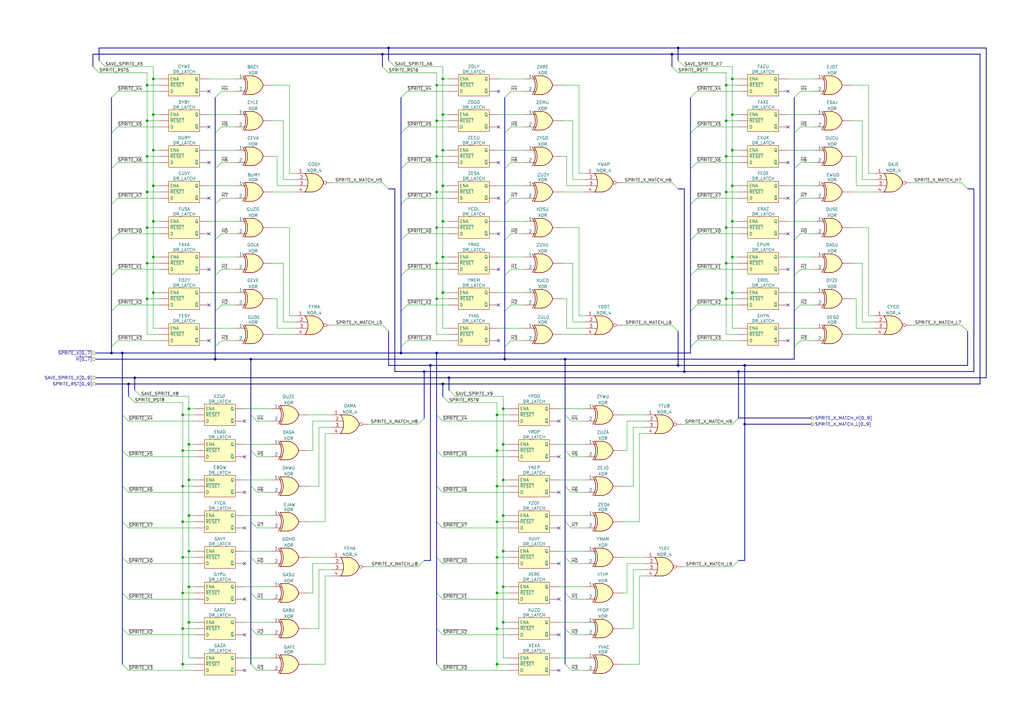
<source format=kicad_sch>
(kicad_sch (version 20211123) (generator eeschema)
  (paper "A3")
  (title_block (title "DMG CPU B") (date "2022-07-08") (rev "0.1") (company "CC-BY-SA-4.0 Régis Galland & Michael Singer -- Derived work from Furrtek") (comment 1 "https://github.com/msinger/dmg-schematics"))
  (junction (at 206.375 211.455))
  (junction (at 206.375 196.85))
  (junction (at 60.325 93.345))
  (junction (at 203.835 272.415))
  (junction (at 275.59 22.225))
  (junction (at 297.815 78.74))
  (junction (at 203.835 184.785))
  (junction (at 203.835 213.995))
  (junction (at 173.99 152.4))
  (junction (at 77.47 167.64))
  (junction (at 206.375 182.245))
  (junction (at 55.245 154.94))
  (junction (at 88.265 147.32))
  (junction (at 280.67 152.4))
  (junction (at 179.07 78.74))
  (junction (at 302.895 152.4))
  (junction (at 300.355 120.015))
  (junction (at 181.61 32.385))
  (junction (at 300.355 105.41))
  (junction (at 62.865 90.805))
  (junction (at 179.07 49.53))
  (junction (at 206.375 240.665))
  (junction (at 203.835 243.205))
  (junction (at 179.07 93.345))
  (junction (at 203.835 257.81))
  (junction (at 181.61 46.99))
  (junction (at 179.07 144.78))
  (junction (at 74.93 199.39))
  (junction (at 278.13 19.685))
  (junction (at 62.865 32.385))
  (junction (at 181.61 90.805))
  (junction (at 206.375 167.64))
  (junction (at 203.835 228.6))
  (junction (at 62.865 76.2))
  (junction (at 74.93 184.785))
  (junction (at 300.355 46.99))
  (junction (at 297.815 107.95))
  (junction (at 60.325 78.74))
  (junction (at 297.815 49.53))
  (junction (at 300.355 61.595))
  (junction (at 60.325 49.53))
  (junction (at 297.815 64.135))
  (junction (at 181.61 61.595))
  (junction (at 305.435 149.86))
  (junction (at 179.07 34.925))
  (junction (at 60.325 107.95))
  (junction (at 74.93 272.415))
  (junction (at 77.47 182.245))
  (junction (at 62.865 46.99))
  (junction (at 297.815 34.925))
  (junction (at 181.61 105.41))
  (junction (at 181.61 76.2))
  (junction (at 74.93 228.6))
  (junction (at 203.835 199.39))
  (junction (at 164.465 144.78))
  (junction (at 176.53 149.86))
  (junction (at 297.815 93.345))
  (junction (at 300.355 32.385))
  (junction (at 156.845 22.225))
  (junction (at 62.865 120.015))
  (junction (at 60.325 64.135))
  (junction (at 77.47 226.06))
  (junction (at 207.01 147.32))
  (junction (at 45.72 144.78))
  (junction (at 206.375 255.27))
  (junction (at 203.835 170.18))
  (junction (at 159.385 19.685))
  (junction (at 278.13 149.86))
  (junction (at 52.705 157.48))
  (junction (at 62.865 61.595))
  (junction (at 231.775 147.32))
  (junction (at 305.435 173.99))
  (junction (at 206.375 226.06))
  (junction (at 179.07 64.135))
  (junction (at 77.47 240.665))
  (junction (at 102.87 147.32))
  (junction (at 60.325 122.555))
  (junction (at 179.07 107.95))
  (junction (at 74.93 170.18))
  (junction (at 74.93 257.81))
  (junction (at 77.47 211.455))
  (junction (at 74.93 243.205))
  (junction (at 77.47 196.85))
  (junction (at 184.15 154.94))
  (junction (at 300.355 90.805))
  (junction (at 181.61 120.015))
  (junction (at 179.07 122.555))
  (junction (at 297.815 122.555))
  (junction (at 181.61 157.48))
  (junction (at 62.865 105.41))
  (junction (at 74.93 213.995))
  (junction (at 77.47 255.27))
  (junction (at 60.325 34.925))
  (junction (at 50.165 144.78))
  (junction (at 300.355 76.2))
  (no_connect (at 204.47 81.28))
  (no_connect (at 229.235 274.955))
  (no_connect (at 100.33 274.955))
  (no_connect (at 204.47 52.07))
  (no_connect (at 229.235 245.745))
  (no_connect (at 229.235 201.93))
  (no_connect (at 229.235 231.14))
  (no_connect (at 204.47 110.49))
  (no_connect (at 229.235 260.35))
  (no_connect (at 323.215 52.07))
  (no_connect (at 85.725 52.07))
  (no_connect (at 85.725 37.465))
  (no_connect (at 85.725 125.095))
  (no_connect (at 323.215 95.885))
  (no_connect (at 85.725 110.49))
  (no_connect (at 323.215 125.095))
  (no_connect (at 323.215 110.49))
  (no_connect (at 323.215 37.465))
  (no_connect (at 100.33 201.93))
  (no_connect (at 204.47 37.465))
  (no_connect (at 229.235 187.325))
  (no_connect (at 100.33 216.535))
  (no_connect (at 100.33 187.325))
  (no_connect (at 85.725 66.675))
  (no_connect (at 229.235 172.72))
  (no_connect (at 229.235 216.535))
  (no_connect (at 100.33 245.745))
  (no_connect (at 323.215 81.28))
  (no_connect (at 100.33 231.14))
  (no_connect (at 204.47 66.675))
  (no_connect (at 100.33 260.35))
  (no_connect (at 323.215 66.675))
  (no_connect (at 204.47 125.095))
  (no_connect (at 323.215 139.7))
  (no_connect (at 204.47 95.885))
  (no_connect (at 204.47 139.7))
  (no_connect (at 100.33 172.72))
  (no_connect (at 85.725 81.28))
  (no_connect (at 85.725 95.885))
  (no_connect (at 85.725 139.7))
  (bus_entry (at 209.55 110.49) (size -2.54 2.54))
  (bus_entry (at 328.295 37.465) (size -2.54 2.54))
  (bus_entry (at 52.705 201.93) (size -2.54 -2.54))
  (bus_entry (at 52.705 172.72) (size -2.54 -2.54))
  (bus_entry (at 167.005 52.07) (size -2.54 2.54))
  (bus_entry (at 52.705 274.955) (size -2.54 -2.54))
  (bus_entry (at 285.75 110.49) (size -2.54 2.54))
  (bus_entry (at 90.805 52.07) (size -2.54 2.54))
  (bus_entry (at 48.26 37.465) (size -2.54 2.54))
  (bus_entry (at 40.64 24.765) (size 2.54 2.54))
  (bus_entry (at 181.61 274.955) (size -2.54 -2.54))
  (bus_entry (at 52.705 245.745) (size -2.54 -2.54))
  (bus_entry (at 55.245 160.02) (size 2.54 2.54))
  (bus_entry (at 285.75 125.095) (size -2.54 2.54))
  (bus_entry (at 209.55 139.7) (size -2.54 2.54))
  (bus_entry (at 181.61 172.72) (size -2.54 -2.54))
  (bus_entry (at 48.26 95.885) (size -2.54 2.54))
  (bus_entry (at 167.005 110.49) (size -2.54 2.54))
  (bus_entry (at 156.845 27.305) (size 2.54 2.54))
  (bus_entry (at 48.26 66.675) (size -2.54 2.54))
  (bus_entry (at 234.315 201.93) (size -2.54 -2.54))
  (bus_entry (at 234.315 260.35) (size -2.54 -2.54))
  (bus_entry (at 234.315 216.535) (size -2.54 -2.54))
  (bus_entry (at 167.005 37.465) (size -2.54 2.54))
  (bus_entry (at 90.805 139.7) (size -2.54 2.54))
  (bus_entry (at 285.75 95.885) (size -2.54 2.54))
  (bus_entry (at 394.335 74.93) (size 2.54 2.54))
  (bus_entry (at 209.55 66.675) (size -2.54 2.54))
  (bus_entry (at 328.295 95.885) (size -2.54 2.54))
  (bus_entry (at 52.705 260.35) (size -2.54 -2.54))
  (bus_entry (at 209.55 81.28) (size -2.54 2.54))
  (bus_entry (at 159.385 24.765) (size 2.54 2.54))
  (bus_entry (at 52.705 216.535) (size -2.54 -2.54))
  (bus_entry (at 48.26 81.28) (size -2.54 2.54))
  (bus_entry (at 48.26 110.49) (size -2.54 2.54))
  (bus_entry (at 285.75 81.28) (size -2.54 2.54))
  (bus_entry (at 105.41 231.14) (size -2.54 -2.54))
  (bus_entry (at 105.41 216.535) (size -2.54 -2.54))
  (bus_entry (at 394.335 133.35) (size 2.54 2.54))
  (bus_entry (at 181.61 201.93) (size -2.54 -2.54))
  (bus_entry (at 234.315 172.72) (size -2.54 -2.54))
  (bus_entry (at 181.61 162.56) (size 2.54 2.54))
  (bus_entry (at 171.45 173.99) (size 2.54 -2.54))
  (bus_entry (at 285.75 139.7) (size -2.54 2.54))
  (bus_entry (at 171.45 232.41) (size 2.54 -2.54))
  (bus_entry (at 234.315 274.955) (size -2.54 -2.54))
  (bus_entry (at 167.005 125.095) (size -2.54 2.54))
  (bus_entry (at 234.315 231.14) (size -2.54 -2.54))
  (bus_entry (at 328.295 139.7) (size -2.54 2.54))
  (bus_entry (at 328.295 52.07) (size -2.54 2.54))
  (bus_entry (at 234.315 245.745) (size -2.54 -2.54))
  (bus_entry (at 105.41 172.72) (size -2.54 -2.54))
  (bus_entry (at 52.705 187.325) (size -2.54 -2.54))
  (bus_entry (at 209.55 125.095) (size -2.54 2.54))
  (bus_entry (at 90.805 81.28) (size -2.54 2.54))
  (bus_entry (at 181.61 245.745) (size -2.54 -2.54))
  (bus_entry (at 90.805 66.675) (size -2.54 2.54))
  (bus_entry (at 184.15 160.02) (size 2.54 2.54))
  (bus_entry (at 209.55 95.885) (size -2.54 2.54))
  (bus_entry (at 209.55 37.465) (size -2.54 2.54))
  (bus_entry (at 52.705 231.14) (size -2.54 -2.54))
  (bus_entry (at 167.005 66.675) (size -2.54 2.54))
  (bus_entry (at 278.13 24.765) (size 2.54 2.54))
  (bus_entry (at 209.55 52.07) (size -2.54 2.54))
  (bus_entry (at 275.59 74.93) (size 2.54 2.54))
  (bus_entry (at 181.61 216.535) (size -2.54 -2.54))
  (bus_entry (at 90.805 37.465) (size -2.54 2.54))
  (bus_entry (at 275.59 133.35) (size 2.54 2.54))
  (bus_entry (at 90.805 95.885) (size -2.54 2.54))
  (bus_entry (at 156.845 133.35) (size 2.54 2.54))
  (bus_entry (at 90.805 125.095) (size -2.54 2.54))
  (bus_entry (at 105.41 201.93) (size -2.54 -2.54))
  (bus_entry (at 105.41 187.325) (size -2.54 -2.54))
  (bus_entry (at 105.41 260.35) (size -2.54 -2.54))
  (bus_entry (at 275.59 27.305) (size 2.54 2.54))
  (bus_entry (at 156.845 74.93) (size 2.54 2.54))
  (bus_entry (at 300.355 232.41) (size 2.54 -2.54))
  (bus_entry (at 52.705 162.56) (size 2.54 2.54))
  (bus_entry (at 105.41 274.955) (size -2.54 -2.54))
  (bus_entry (at 90.805 110.49) (size -2.54 2.54))
  (bus_entry (at 167.005 95.885) (size -2.54 2.54))
  (bus_entry (at 105.41 245.745) (size -2.54 -2.54))
  (bus_entry (at 328.295 81.28) (size -2.54 2.54))
  (bus_entry (at 285.75 66.675) (size -2.54 2.54))
  (bus_entry (at 328.295 110.49) (size -2.54 2.54))
  (bus_entry (at 285.75 37.465) (size -2.54 2.54))
  (bus_entry (at 181.61 260.35) (size -2.54 -2.54))
  (bus_entry (at 181.61 187.325) (size -2.54 -2.54))
  (bus_entry (at 328.295 125.095) (size -2.54 2.54))
  (bus_entry (at 181.61 231.14) (size -2.54 -2.54))
  (bus_entry (at 300.355 173.99) (size 2.54 -2.54))
  (bus_entry (at 48.26 125.095) (size -2.54 2.54))
  (bus_entry (at 167.005 139.7) (size -2.54 2.54))
  (bus_entry (at 48.26 52.07) (size -2.54 2.54))
  (bus_entry (at 38.1 27.305) (size 2.54 2.54))
  (bus_entry (at 285.75 52.07) (size -2.54 2.54))
  (bus_entry (at 48.26 139.7) (size -2.54 2.54))
  (bus_entry (at 167.005 81.28) (size -2.54 2.54))
  (bus_entry (at 234.315 187.325) (size -2.54 -2.54))
  (bus_entry (at 328.295 66.675) (size -2.54 2.54))
  (wire (pts (xy 259.715 175.26) (xy 264.795 175.26)))
  (wire (pts (xy 52.705 260.35) (xy 80.01 260.35)))
  (wire (pts (xy 255.27 243.205) (xy 257.175 243.205)))
  (bus (pts (xy 399.415 77.47) (xy 399.415 152.4)))
  (bus (pts (xy 50.165 213.995) (xy 50.165 199.39)))
  (wire (pts (xy 257.175 243.205) (xy 257.175 231.14)))
  (wire (pts (xy 181.61 90.805) (xy 181.61 105.41)))
  (bus (pts (xy 207.01 98.425) (xy 207.01 113.03)))
  (wire (pts (xy 297.815 34.925) (xy 297.815 29.845)))
  (wire (pts (xy 208.915 199.39) (xy 203.835 199.39)))
  (bus (pts (xy 88.265 98.425) (xy 88.265 113.03)))
  (wire (pts (xy 100.33 240.665) (xy 111.125 240.665)))
  (wire (pts (xy 105.41 245.745) (xy 111.125 245.745)))
  (wire (pts (xy 62.865 32.385) (xy 62.865 46.99)))
  (wire (pts (xy 234.315 245.745) (xy 240.03 245.745)))
  (wire (pts (xy 80.01 170.18) (xy 74.93 170.18)))
  (bus (pts (xy 38.1 22.225) (xy 38.1 27.305)))
  (wire (pts (xy 230.505 64.135) (xy 232.41 64.135)))
  (wire (pts (xy 74.93 243.205) (xy 80.01 243.205)))
  (wire (pts (xy 62.865 105.41) (xy 62.865 120.015)))
  (wire (pts (xy 349.25 122.555) (xy 351.155 122.555)))
  (bus (pts (xy 231.775 147.32) (xy 231.775 170.18)))
  (wire (pts (xy 206.375 255.27) (xy 208.915 255.27)))
  (wire (pts (xy 179.07 34.925) (xy 179.07 49.53)))
  (wire (pts (xy 323.215 90.805) (xy 334.01 90.805)))
  (wire (pts (xy 229.235 211.455) (xy 240.03 211.455)))
  (wire (pts (xy 208.915 226.06) (xy 206.375 226.06)))
  (wire (pts (xy 100.33 255.27) (xy 111.125 255.27)))
  (wire (pts (xy 255.27 257.81) (xy 259.715 257.81)))
  (wire (pts (xy 302.895 61.595) (xy 300.355 61.595)))
  (wire (pts (xy 208.915 240.665) (xy 206.375 240.665)))
  (bus (pts (xy 50.165 257.81) (xy 50.165 243.205)))
  (wire (pts (xy 105.41 216.535) (xy 111.125 216.535)))
  (wire (pts (xy 181.61 76.2) (xy 181.61 90.805)))
  (bus (pts (xy 332.74 173.99) (xy 305.435 173.99)))
  (wire (pts (xy 80.01 182.245) (xy 77.47 182.245)))
  (bus (pts (xy 88.265 83.82) (xy 88.265 98.425)))
  (wire (pts (xy 394.335 74.93) (xy 374.015 74.93)))
  (bus (pts (xy 280.67 152.4) (xy 302.895 152.4)))
  (bus (pts (xy 332.74 171.45) (xy 302.895 171.45)))
  (wire (pts (xy 285.75 95.885) (xy 302.895 95.885)))
  (wire (pts (xy 280.67 27.305) (xy 300.355 27.305)))
  (wire (pts (xy 179.07 137.16) (xy 184.15 137.16)))
  (wire (pts (xy 52.705 274.955) (xy 80.01 274.955)))
  (wire (pts (xy 302.895 105.41) (xy 300.355 105.41)))
  (wire (pts (xy 184.15 64.135) (xy 179.07 64.135)))
  (wire (pts (xy 302.895 93.345) (xy 297.815 93.345)))
  (wire (pts (xy 156.845 74.93) (xy 136.525 74.93)))
  (wire (pts (xy 52.705 245.745) (xy 80.01 245.745)))
  (bus (pts (xy 280.67 77.47) (xy 280.67 152.4)))
  (wire (pts (xy 206.375 196.85) (xy 206.375 211.455)))
  (wire (pts (xy 65.405 122.555) (xy 60.325 122.555)))
  (wire (pts (xy 181.61 274.955) (xy 208.915 274.955)))
  (wire (pts (xy 90.805 139.7) (xy 96.52 139.7)))
  (wire (pts (xy 167.005 37.465) (xy 184.15 37.465)))
  (wire (pts (xy 118.745 71.12) (xy 118.745 34.925)))
  (wire (pts (xy 167.005 139.7) (xy 184.15 139.7)))
  (wire (pts (xy 159.385 29.845) (xy 179.07 29.845)))
  (wire (pts (xy 133.35 272.415) (xy 126.365 272.415)))
  (bus (pts (xy 50.165 199.39) (xy 50.165 184.785)))
  (wire (pts (xy 181.61 32.385) (xy 181.61 27.305)))
  (wire (pts (xy 229.235 196.85) (xy 240.03 196.85)))
  (wire (pts (xy 65.405 34.925) (xy 60.325 34.925)))
  (wire (pts (xy 300.355 32.385) (xy 300.355 27.305)))
  (wire (pts (xy 100.33 226.06) (xy 111.125 226.06)))
  (wire (pts (xy 65.405 93.345) (xy 60.325 93.345)))
  (wire (pts (xy 80.01 167.64) (xy 77.47 167.64)))
  (bus (pts (xy 159.385 19.685) (xy 278.13 19.685)))
  (bus (pts (xy 102.87 257.81) (xy 102.87 243.205)))
  (wire (pts (xy 230.505 122.555) (xy 232.41 122.555)))
  (wire (pts (xy 203.835 257.81) (xy 203.835 272.415)))
  (wire (pts (xy 80.01 228.6) (xy 74.93 228.6)))
  (wire (pts (xy 394.335 133.35) (xy 374.015 133.35)))
  (wire (pts (xy 234.315 260.35) (xy 240.03 260.35)))
  (wire (pts (xy 179.07 78.74) (xy 184.15 78.74)))
  (wire (pts (xy 297.815 34.925) (xy 297.815 49.53)))
  (bus (pts (xy 399.415 77.47) (xy 396.875 77.47)))
  (wire (pts (xy 65.405 90.805) (xy 62.865 90.805)))
  (wire (pts (xy 128.27 184.785) (xy 126.365 184.785)))
  (wire (pts (xy 179.07 34.925) (xy 179.07 29.845)))
  (wire (pts (xy 351.155 122.555) (xy 351.155 134.62)))
  (bus (pts (xy 102.87 243.205) (xy 102.87 228.6)))
  (wire (pts (xy 285.75 125.095) (xy 302.895 125.095)))
  (bus (pts (xy 283.21 98.425) (xy 283.21 113.03)))
  (wire (pts (xy 80.01 211.455) (xy 77.47 211.455)))
  (wire (pts (xy 262.255 272.415) (xy 255.27 272.415)))
  (wire (pts (xy 43.18 27.305) (xy 62.865 27.305)))
  (wire (pts (xy 206.375 226.06) (xy 206.375 240.665)))
  (wire (pts (xy 167.005 66.675) (xy 184.15 66.675)))
  (wire (pts (xy 323.215 46.99) (xy 334.01 46.99)))
  (wire (pts (xy 297.815 93.345) (xy 297.815 107.95)))
  (wire (pts (xy 113.665 76.2) (xy 121.285 76.2)))
  (bus (pts (xy 159.385 149.86) (xy 176.53 149.86)))
  (wire (pts (xy 184.15 32.385) (xy 181.61 32.385)))
  (wire (pts (xy 90.805 110.49) (xy 96.52 110.49)))
  (bus (pts (xy 45.72 98.425) (xy 45.72 113.03)))
  (wire (pts (xy 121.285 129.54) (xy 118.745 129.54)))
  (wire (pts (xy 184.15 122.555) (xy 179.07 122.555)))
  (wire (pts (xy 90.805 52.07) (xy 96.52 52.07)))
  (wire (pts (xy 113.665 134.62) (xy 121.285 134.62)))
  (wire (pts (xy 184.15 61.595) (xy 181.61 61.595)))
  (bus (pts (xy 88.265 142.24) (xy 88.265 147.32)))
  (wire (pts (xy 113.665 64.135) (xy 113.665 76.2)))
  (wire (pts (xy 230.505 137.16) (xy 240.03 137.16)))
  (wire (pts (xy 126.365 243.205) (xy 128.27 243.205)))
  (wire (pts (xy 60.325 78.74) (xy 65.405 78.74)))
  (wire (pts (xy 77.47 167.64) (xy 77.47 182.245)))
  (wire (pts (xy 300.355 32.385) (xy 300.355 46.99)))
  (wire (pts (xy 111.76 64.135) (xy 113.665 64.135)))
  (wire (pts (xy 209.55 37.465) (xy 215.265 37.465)))
  (wire (pts (xy 111.76 137.16) (xy 121.285 137.16)))
  (wire (pts (xy 80.01 226.06) (xy 77.47 226.06)))
  (wire (pts (xy 300.355 61.595) (xy 300.355 76.2)))
  (wire (pts (xy 234.315 216.535) (xy 240.03 216.535)))
  (wire (pts (xy 48.26 52.07) (xy 65.405 52.07)))
  (bus (pts (xy 302.895 152.4) (xy 302.895 171.45)))
  (wire (pts (xy 232.41 134.62) (xy 240.03 134.62)))
  (wire (pts (xy 105.41 274.955) (xy 111.125 274.955)))
  (bus (pts (xy 325.755 142.24) (xy 325.755 147.32)))
  (wire (pts (xy 80.01 257.81) (xy 74.93 257.81)))
  (wire (pts (xy 203.835 170.18) (xy 203.835 165.1)))
  (wire (pts (xy 77.47 182.245) (xy 77.47 196.85)))
  (bus (pts (xy 179.07 144.78) (xy 283.21 144.78)))
  (wire (pts (xy 230.505 107.95) (xy 234.95 107.95)))
  (wire (pts (xy 74.93 170.18) (xy 74.93 184.785)))
  (wire (pts (xy 48.26 110.49) (xy 65.405 110.49)))
  (wire (pts (xy 184.15 105.41) (xy 181.61 105.41)))
  (wire (pts (xy 130.81 199.39) (xy 126.365 199.39)))
  (bus (pts (xy 231.775 257.81) (xy 231.775 243.205)))
  (wire (pts (xy 181.61 46.99) (xy 181.61 61.595)))
  (wire (pts (xy 302.895 34.925) (xy 297.815 34.925)))
  (wire (pts (xy 300.355 105.41) (xy 300.355 120.015)))
  (bus (pts (xy 231.775 170.18) (xy 231.775 184.785)))
  (wire (pts (xy 161.925 27.305) (xy 181.61 27.305)))
  (wire (pts (xy 121.285 71.12) (xy 118.745 71.12)))
  (wire (pts (xy 206.375 269.875) (xy 208.915 269.875)))
  (bus (pts (xy 283.21 113.03) (xy 283.21 127.635)))
  (wire (pts (xy 203.835 170.18) (xy 203.835 184.785)))
  (wire (pts (xy 179.07 107.95) (xy 179.07 122.555)))
  (bus (pts (xy 207.01 127.635) (xy 207.01 142.24)))
  (wire (pts (xy 240.03 71.12) (xy 237.49 71.12)))
  (wire (pts (xy 65.405 61.595) (xy 62.865 61.595)))
  (wire (pts (xy 208.915 182.245) (xy 206.375 182.245)))
  (wire (pts (xy 181.61 134.62) (xy 184.15 134.62)))
  (bus (pts (xy 181.61 157.48) (xy 401.955 157.48)))
  (wire (pts (xy 358.775 73.66) (xy 353.695 73.66)))
  (wire (pts (xy 240.03 73.66) (xy 234.95 73.66)))
  (wire (pts (xy 328.295 52.07) (xy 334.01 52.07)))
  (bus (pts (xy 278.13 19.685) (xy 278.13 24.765)))
  (bus (pts (xy 156.845 22.225) (xy 156.845 27.305)))
  (wire (pts (xy 55.245 165.1) (xy 74.93 165.1)))
  (wire (pts (xy 255.27 228.6) (xy 264.795 228.6)))
  (bus (pts (xy 404.495 19.685) (xy 278.13 19.685)))
  (wire (pts (xy 184.15 46.99) (xy 181.61 46.99)))
  (bus (pts (xy 52.705 157.48) (xy 181.61 157.48)))
  (wire (pts (xy 181.61 134.62) (xy 181.61 120.015)))
  (wire (pts (xy 62.865 134.62) (xy 65.405 134.62)))
  (wire (pts (xy 204.47 61.595) (xy 215.265 61.595)))
  (wire (pts (xy 167.005 52.07) (xy 184.15 52.07)))
  (wire (pts (xy 230.505 78.74) (xy 240.03 78.74)))
  (wire (pts (xy 74.93 199.39) (xy 74.93 213.995)))
  (wire (pts (xy 204.47 134.62) (xy 215.265 134.62)))
  (wire (pts (xy 80.01 196.85) (xy 77.47 196.85)))
  (wire (pts (xy 358.775 132.08) (xy 353.695 132.08)))
  (wire (pts (xy 60.325 107.95) (xy 60.325 122.555)))
  (wire (pts (xy 323.215 32.385) (xy 334.01 32.385)))
  (bus (pts (xy 283.21 54.61) (xy 283.21 69.215)))
  (wire (pts (xy 90.805 37.465) (xy 96.52 37.465)))
  (bus (pts (xy 176.53 229.87) (xy 173.99 229.87)))
  (wire (pts (xy 203.835 272.415) (xy 208.915 272.415)))
  (wire (pts (xy 232.41 122.555) (xy 232.41 134.62)))
  (wire (pts (xy 323.215 105.41) (xy 334.01 105.41)))
  (bus (pts (xy 39.37 154.94) (xy 55.245 154.94)))
  (bus (pts (xy 55.245 154.94) (xy 184.15 154.94)))
  (wire (pts (xy 203.835 213.995) (xy 203.835 228.6)))
  (bus (pts (xy 179.07 213.995) (xy 179.07 199.39)))
  (bus (pts (xy 302.895 229.87) (xy 305.435 229.87)))
  (bus (pts (xy 39.37 144.78) (xy 45.72 144.78)))
  (wire (pts (xy 130.81 257.81) (xy 130.81 233.68)))
  (bus (pts (xy 45.72 127.635) (xy 45.72 142.24)))
  (wire (pts (xy 60.325 34.925) (xy 60.325 29.845)))
  (wire (pts (xy 209.55 81.28) (xy 215.265 81.28)))
  (wire (pts (xy 300.355 76.2) (xy 300.355 90.805)))
  (wire (pts (xy 229.235 240.665) (xy 240.03 240.665)))
  (wire (pts (xy 77.47 240.665) (xy 77.47 255.27)))
  (wire (pts (xy 323.215 134.62) (xy 334.01 134.62)))
  (wire (pts (xy 179.07 122.555) (xy 179.07 137.16)))
  (wire (pts (xy 90.805 125.095) (xy 96.52 125.095)))
  (bus (pts (xy 50.165 243.205) (xy 50.165 228.6)))
  (wire (pts (xy 232.41 64.135) (xy 232.41 76.2)))
  (wire (pts (xy 285.75 110.49) (xy 302.895 110.49)))
  (wire (pts (xy 323.215 120.015) (xy 334.01 120.015)))
  (wire (pts (xy 328.295 66.675) (xy 334.01 66.675)))
  (wire (pts (xy 85.725 46.99) (xy 96.52 46.99)))
  (wire (pts (xy 206.375 167.64) (xy 206.375 182.245)))
  (wire (pts (xy 358.775 71.12) (xy 356.235 71.12)))
  (wire (pts (xy 77.47 269.875) (xy 80.01 269.875)))
  (wire (pts (xy 209.55 125.095) (xy 215.265 125.095)))
  (wire (pts (xy 204.47 46.99) (xy 215.265 46.99)))
  (wire (pts (xy 74.93 272.415) (xy 80.01 272.415)))
  (bus (pts (xy 88.265 40.005) (xy 88.265 54.61)))
  (wire (pts (xy 278.13 29.845) (xy 297.815 29.845)))
  (wire (pts (xy 275.59 133.35) (xy 255.27 133.35)))
  (wire (pts (xy 126.365 228.6) (xy 135.89 228.6)))
  (bus (pts (xy 283.21 40.005) (xy 283.21 54.61)))
  (wire (pts (xy 300.355 134.62) (xy 300.355 120.015)))
  (bus (pts (xy 45.72 83.82) (xy 45.72 98.425)))
  (bus (pts (xy 164.465 40.005) (xy 164.465 54.61)))
  (wire (pts (xy 133.35 236.22) (xy 133.35 272.415)))
  (wire (pts (xy 181.61 172.72) (xy 208.915 172.72)))
  (wire (pts (xy 85.725 120.015) (xy 96.52 120.015)))
  (wire (pts (xy 111.76 78.74) (xy 121.285 78.74)))
  (wire (pts (xy 204.47 105.41) (xy 215.265 105.41)))
  (wire (pts (xy 302.895 122.555) (xy 297.815 122.555)))
  (bus (pts (xy 231.775 213.995) (xy 231.775 199.39)))
  (wire (pts (xy 105.41 172.72) (xy 111.125 172.72)))
  (wire (pts (xy 328.295 81.28) (xy 334.01 81.28)))
  (bus (pts (xy 50.165 272.415) (xy 50.165 257.81)))
  (wire (pts (xy 80.01 199.39) (xy 74.93 199.39)))
  (wire (pts (xy 179.07 107.95) (xy 184.15 107.95)))
  (wire (pts (xy 105.41 231.14) (xy 111.125 231.14)))
  (wire (pts (xy 65.405 105.41) (xy 62.865 105.41)))
  (wire (pts (xy 85.725 32.385) (xy 96.52 32.385)))
  (bus (pts (xy 325.755 127.635) (xy 325.755 142.24)))
  (bus (pts (xy 325.755 83.82) (xy 325.755 98.425)))
  (wire (pts (xy 77.47 196.85) (xy 77.47 211.455)))
  (wire (pts (xy 105.41 201.93) (xy 111.125 201.93)))
  (wire (pts (xy 208.915 167.64) (xy 206.375 167.64)))
  (wire (pts (xy 203.835 184.785) (xy 208.915 184.785)))
  (wire (pts (xy 100.33 196.85) (xy 111.125 196.85)))
  (bus (pts (xy 305.435 149.86) (xy 305.435 173.99)))
  (wire (pts (xy 264.795 231.14) (xy 257.175 231.14)))
  (wire (pts (xy 208.915 170.18) (xy 203.835 170.18)))
  (wire (pts (xy 302.895 46.99) (xy 300.355 46.99)))
  (bus (pts (xy 275.59 22.225) (xy 401.955 22.225)))
  (wire (pts (xy 65.405 46.99) (xy 62.865 46.99)))
  (wire (pts (xy 285.75 81.28) (xy 302.895 81.28)))
  (wire (pts (xy 179.07 78.74) (xy 179.07 93.345)))
  (wire (pts (xy 240.03 132.08) (xy 234.95 132.08)))
  (wire (pts (xy 85.725 61.595) (xy 96.52 61.595)))
  (wire (pts (xy 77.47 226.06) (xy 77.47 240.665)))
  (wire (pts (xy 262.255 236.22) (xy 262.255 272.415)))
  (wire (pts (xy 203.835 243.205) (xy 203.835 257.81)))
  (bus (pts (xy 102.87 213.995) (xy 102.87 199.39)))
  (wire (pts (xy 300.355 173.99) (xy 280.035 173.99)))
  (wire (pts (xy 204.47 32.385) (xy 215.265 32.385)))
  (wire (pts (xy 65.405 32.385) (xy 62.865 32.385)))
  (wire (pts (xy 300.355 232.41) (xy 280.035 232.41)))
  (wire (pts (xy 85.725 134.62) (xy 96.52 134.62)))
  (wire (pts (xy 208.915 196.85) (xy 206.375 196.85)))
  (bus (pts (xy 45.72 142.24) (xy 45.72 144.78)))
  (bus (pts (xy 164.465 69.215) (xy 164.465 83.82)))
  (wire (pts (xy 48.26 125.095) (xy 65.405 125.095)))
  (wire (pts (xy 52.705 172.72) (xy 80.01 172.72)))
  (bus (pts (xy 305.435 173.99) (xy 305.435 229.87)))
  (bus (pts (xy 102.87 147.32) (xy 102.87 170.18)))
  (wire (pts (xy 208.915 257.81) (xy 203.835 257.81)))
  (wire (pts (xy 259.715 257.81) (xy 259.715 233.68)))
  (wire (pts (xy 358.775 129.54) (xy 356.235 129.54)))
  (wire (pts (xy 62.865 32.385) (xy 62.865 27.305)))
  (wire (pts (xy 60.325 78.74) (xy 60.325 93.345)))
  (wire (pts (xy 328.295 139.7) (xy 334.01 139.7)))
  (bus (pts (xy 283.21 83.82) (xy 283.21 98.425)))
  (wire (pts (xy 237.49 71.12) (xy 237.49 34.925)))
  (wire (pts (xy 167.005 125.095) (xy 184.15 125.095)))
  (wire (pts (xy 206.375 211.455) (xy 206.375 226.06)))
  (wire (pts (xy 111.76 107.95) (xy 116.205 107.95)))
  (wire (pts (xy 356.235 129.54) (xy 356.235 93.345)))
  (bus (pts (xy 164.465 127.635) (xy 164.465 142.24)))
  (wire (pts (xy 179.07 49.53) (xy 179.07 64.135)))
  (wire (pts (xy 209.55 52.07) (xy 215.265 52.07)))
  (wire (pts (xy 262.255 177.8) (xy 262.255 213.995)))
  (bus (pts (xy 231.775 243.205) (xy 231.775 228.6)))
  (wire (pts (xy 349.25 78.74) (xy 358.775 78.74)))
  (bus (pts (xy 404.495 154.94) (xy 404.495 19.685)))
  (bus (pts (xy 50.165 144.78) (xy 164.465 144.78)))
  (wire (pts (xy 229.235 269.875) (xy 240.03 269.875)))
  (wire (pts (xy 184.15 93.345) (xy 179.07 93.345)))
  (bus (pts (xy 52.705 157.48) (xy 52.705 162.56)))
  (wire (pts (xy 229.235 255.27) (xy 240.03 255.27)))
  (bus (pts (xy 231.775 272.415) (xy 231.775 257.81)))
  (wire (pts (xy 100.33 182.245) (xy 111.125 182.245)))
  (wire (pts (xy 186.69 162.56) (xy 206.375 162.56)))
  (wire (pts (xy 255.27 199.39) (xy 259.715 199.39)))
  (wire (pts (xy 130.81 175.26) (xy 135.89 175.26)))
  (bus (pts (xy 164.465 142.24) (xy 164.465 144.78)))
  (bus (pts (xy 88.265 54.61) (xy 88.265 69.215)))
  (wire (pts (xy 181.61 231.14) (xy 208.915 231.14)))
  (wire (pts (xy 300.355 120.015) (xy 302.895 120.015)))
  (bus (pts (xy 40.64 19.685) (xy 159.385 19.685)))
  (wire (pts (xy 181.61 187.325) (xy 208.915 187.325)))
  (bus (pts (xy 325.755 98.425) (xy 325.755 113.03)))
  (bus (pts (xy 280.67 77.47) (xy 278.13 77.47)))
  (bus (pts (xy 401.955 22.225) (xy 401.955 157.48)))
  (wire (pts (xy 105.41 187.325) (xy 111.125 187.325)))
  (wire (pts (xy 297.815 64.135) (xy 297.815 78.74)))
  (wire (pts (xy 203.835 243.205) (xy 208.915 243.205)))
  (wire (pts (xy 100.33 167.64) (xy 111.125 167.64)))
  (wire (pts (xy 135.89 231.14) (xy 128.27 231.14)))
  (wire (pts (xy 156.845 133.35) (xy 136.525 133.35)))
  (bus (pts (xy 156.845 22.225) (xy 275.59 22.225)))
  (wire (pts (xy 105.41 260.35) (xy 111.125 260.35)))
  (wire (pts (xy 74.93 170.18) (xy 74.93 165.1)))
  (bus (pts (xy 173.99 152.4) (xy 280.67 152.4)))
  (wire (pts (xy 255.27 184.785) (xy 257.175 184.785)))
  (bus (pts (xy 173.99 152.4) (xy 173.99 171.45)))
  (bus (pts (xy 207.01 113.03) (xy 207.01 127.635)))
  (wire (pts (xy 184.15 90.805) (xy 181.61 90.805)))
  (wire (pts (xy 351.155 76.2) (xy 358.775 76.2)))
  (wire (pts (xy 48.26 66.675) (xy 65.405 66.675)))
  (bus (pts (xy 38.1 22.225) (xy 156.845 22.225)))
  (bus (pts (xy 176.53 149.86) (xy 176.53 229.87)))
  (wire (pts (xy 74.93 243.205) (xy 74.93 257.81)))
  (wire (pts (xy 111.76 122.555) (xy 113.665 122.555)))
  (bus (pts (xy 50.165 228.6) (xy 50.165 213.995)))
  (bus (pts (xy 102.87 228.6) (xy 102.87 213.995)))
  (wire (pts (xy 130.81 233.68) (xy 135.89 233.68)))
  (wire (pts (xy 285.75 139.7) (xy 302.895 139.7)))
  (wire (pts (xy 181.61 260.35) (xy 208.915 260.35)))
  (bus (pts (xy 50.165 184.785) (xy 50.165 170.18)))
  (wire (pts (xy 257.175 184.785) (xy 257.175 172.72)))
  (wire (pts (xy 167.005 110.49) (xy 184.15 110.49)))
  (wire (pts (xy 130.81 199.39) (xy 130.81 175.26)))
  (bus (pts (xy 164.465 83.82) (xy 164.465 98.425)))
  (bus (pts (xy 207.01 69.215) (xy 207.01 83.82)))
  (wire (pts (xy 262.255 236.22) (xy 264.795 236.22)))
  (bus (pts (xy 161.925 77.47) (xy 161.925 152.4)))
  (bus (pts (xy 278.13 149.86) (xy 305.435 149.86)))
  (bus (pts (xy 207.01 142.24) (xy 207.01 147.32)))
  (wire (pts (xy 133.35 236.22) (xy 135.89 236.22)))
  (wire (pts (xy 121.285 132.08) (xy 116.205 132.08)))
  (wire (pts (xy 62.865 120.015) (xy 65.405 120.015)))
  (wire (pts (xy 209.55 66.675) (xy 215.265 66.675)))
  (wire (pts (xy 184.15 165.1) (xy 203.835 165.1)))
  (bus (pts (xy 161.925 77.47) (xy 159.385 77.47)))
  (wire (pts (xy 285.75 66.675) (xy 302.895 66.675)))
  (bus (pts (xy 159.385 19.685) (xy 159.385 24.765)))
  (wire (pts (xy 181.61 201.93) (xy 208.915 201.93)))
  (bus (pts (xy 102.87 170.18) (xy 102.87 184.785)))
  (bus (pts (xy 88.265 127.635) (xy 88.265 142.24)))
  (wire (pts (xy 209.55 110.49) (xy 215.265 110.49)))
  (wire (pts (xy 62.865 46.99) (xy 62.865 61.595)))
  (wire (pts (xy 181.61 61.595) (xy 181.61 76.2)))
  (wire (pts (xy 85.725 76.2) (xy 96.52 76.2)))
  (wire (pts (xy 328.295 37.465) (xy 334.01 37.465)))
  (wire (pts (xy 297.815 107.95) (xy 302.895 107.95)))
  (wire (pts (xy 230.505 49.53) (xy 234.95 49.53)))
  (wire (pts (xy 300.355 90.805) (xy 300.355 105.41)))
  (bus (pts (xy 179.07 243.205) (xy 179.07 228.6)))
  (bus (pts (xy 50.165 144.78) (xy 50.165 170.18)))
  (bus (pts (xy 184.15 154.94) (xy 184.15 160.02)))
  (wire (pts (xy 74.93 213.995) (xy 74.93 228.6)))
  (wire (pts (xy 351.155 64.135) (xy 351.155 76.2)))
  (wire (pts (xy 48.26 81.28) (xy 65.405 81.28)))
  (wire (pts (xy 181.61 120.015) (xy 184.15 120.015)))
  (wire (pts (xy 255.27 170.18) (xy 264.795 170.18)))
  (wire (pts (xy 328.295 110.49) (xy 334.01 110.49)))
  (wire (pts (xy 60.325 93.345) (xy 60.325 107.95)))
  (bus (pts (xy 283.21 127.635) (xy 283.21 142.24)))
  (wire (pts (xy 297.815 122.555) (xy 297.815 137.16)))
  (wire (pts (xy 302.895 76.2) (xy 300.355 76.2)))
  (wire (pts (xy 60.325 137.16) (xy 65.405 137.16)))
  (wire (pts (xy 230.505 34.925) (xy 237.49 34.925)))
  (wire (pts (xy 60.325 49.53) (xy 65.405 49.53)))
  (wire (pts (xy 349.25 64.135) (xy 351.155 64.135)))
  (bus (pts (xy 102.87 147.32) (xy 207.01 147.32)))
  (wire (pts (xy 74.93 228.6) (xy 74.93 243.205)))
  (bus (pts (xy 164.465 98.425) (xy 164.465 113.03)))
  (wire (pts (xy 65.405 76.2) (xy 62.865 76.2)))
  (wire (pts (xy 128.27 184.785) (xy 128.27 172.72)))
  (wire (pts (xy 133.35 177.8) (xy 135.89 177.8)))
  (wire (pts (xy 116.205 49.53) (xy 116.205 73.66)))
  (wire (pts (xy 111.76 93.345) (xy 118.745 93.345)))
  (bus (pts (xy 207.01 83.82) (xy 207.01 98.425)))
  (wire (pts (xy 302.895 32.385) (xy 300.355 32.385)))
  (bus (pts (xy 88.265 69.215) (xy 88.265 83.82)))
  (wire (pts (xy 229.235 167.64) (xy 240.03 167.64)))
  (wire (pts (xy 203.835 199.39) (xy 203.835 213.995)))
  (wire (pts (xy 111.76 34.925) (xy 118.745 34.925)))
  (wire (pts (xy 62.865 61.595) (xy 62.865 76.2)))
  (wire (pts (xy 167.005 95.885) (xy 184.15 95.885)))
  (wire (pts (xy 48.26 37.465) (xy 65.405 37.465)))
  (wire (pts (xy 349.25 93.345) (xy 356.235 93.345)))
  (wire (pts (xy 230.505 93.345) (xy 237.49 93.345)))
  (wire (pts (xy 204.47 76.2) (xy 215.265 76.2)))
  (bus (pts (xy 278.13 135.89) (xy 278.13 149.86)))
  (bus (pts (xy 45.72 69.215) (xy 45.72 83.82)))
  (wire (pts (xy 171.45 232.41) (xy 151.13 232.41)))
  (wire (pts (xy 179.07 64.135) (xy 179.07 78.74)))
  (wire (pts (xy 48.26 95.885) (xy 65.405 95.885)))
  (wire (pts (xy 128.27 243.205) (xy 128.27 231.14)))
  (wire (pts (xy 206.375 167.64) (xy 206.375 162.56)))
  (wire (pts (xy 77.47 211.455) (xy 77.47 226.06)))
  (wire (pts (xy 229.235 182.245) (xy 240.03 182.245)))
  (wire (pts (xy 179.07 93.345) (xy 179.07 107.95)))
  (bus (pts (xy 305.435 149.86) (xy 396.875 149.86)))
  (bus (pts (xy 325.755 113.03) (xy 325.755 127.635)))
  (wire (pts (xy 52.705 231.14) (xy 80.01 231.14)))
  (wire (pts (xy 40.64 29.845) (xy 60.325 29.845)))
  (wire (pts (xy 234.95 49.53) (xy 234.95 73.66)))
  (bus (pts (xy 325.755 40.005) (xy 325.755 54.61)))
  (wire (pts (xy 48.26 139.7) (xy 65.405 139.7)))
  (wire (pts (xy 328.295 125.095) (xy 334.01 125.095)))
  (wire (pts (xy 133.35 177.8) (xy 133.35 213.995)))
  (bus (pts (xy 283.21 69.215) (xy 283.21 83.82)))
  (wire (pts (xy 74.93 274.32) (xy 74.93 272.415)))
  (wire (pts (xy 100.33 211.455) (xy 111.125 211.455)))
  (wire (pts (xy 209.55 95.885) (xy 215.265 95.885)))
  (wire (pts (xy 85.725 90.805) (xy 96.52 90.805)))
  (bus (pts (xy 181.61 157.48) (xy 181.61 162.56)))
  (wire (pts (xy 208.915 228.6) (xy 203.835 228.6)))
  (wire (pts (xy 85.725 105.41) (xy 96.52 105.41)))
  (wire (pts (xy 297.815 78.74) (xy 302.895 78.74)))
  (wire (pts (xy 300.355 134.62) (xy 302.895 134.62)))
  (wire (pts (xy 126.365 170.18) (xy 135.89 170.18)))
  (wire (pts (xy 118.745 129.54) (xy 118.745 93.345)))
  (bus (pts (xy 45.72 54.61) (xy 45.72 69.215)))
  (wire (pts (xy 262.255 177.8) (xy 264.795 177.8)))
  (bus (pts (xy 45.72 144.78) (xy 50.165 144.78)))
  (wire (pts (xy 351.155 134.62) (xy 358.775 134.62)))
  (bus (pts (xy 396.875 135.89) (xy 396.875 149.86)))
  (wire (pts (xy 111.76 49.53) (xy 116.205 49.53)))
  (bus (pts (xy 40.64 19.685) (xy 40.64 24.765)))
  (wire (pts (xy 77.47 255.27) (xy 80.01 255.27)))
  (wire (pts (xy 60.325 107.95) (xy 65.405 107.95)))
  (wire (pts (xy 323.215 61.595) (xy 334.01 61.595)))
  (bus (pts (xy 164.465 144.78) (xy 179.07 144.78)))
  (wire (pts (xy 62.865 134.62) (xy 62.865 120.015)))
  (wire (pts (xy 74.93 213.995) (xy 80.01 213.995)))
  (wire (pts (xy 323.215 76.2) (xy 334.01 76.2)))
  (wire (pts (xy 302.895 90.805) (xy 300.355 90.805)))
  (bus (pts (xy 179.07 272.415) (xy 179.07 257.81)))
  (wire (pts (xy 285.75 37.465) (xy 302.895 37.465)))
  (bus (pts (xy 207.01 40.005) (xy 207.01 54.61)))
  (bus (pts (xy 325.755 69.215) (xy 325.755 83.82)))
  (wire (pts (xy 74.93 184.785) (xy 74.93 199.39)))
  (bus (pts (xy 176.53 149.86) (xy 278.13 149.86)))
  (bus (pts (xy 161.925 152.4) (xy 173.99 152.4)))
  (wire (pts (xy 52.705 201.93) (xy 80.01 201.93)))
  (wire (pts (xy 302.895 64.135) (xy 297.815 64.135)))
  (wire (pts (xy 297.815 137.16) (xy 302.895 137.16)))
  (wire (pts (xy 240.03 129.54) (xy 237.49 129.54)))
  (bus (pts (xy 55.245 154.94) (xy 55.245 160.02)))
  (wire (pts (xy 133.35 213.995) (xy 126.365 213.995)))
  (wire (pts (xy 52.705 216.535) (xy 80.01 216.535)))
  (wire (pts (xy 234.315 231.14) (xy 240.03 231.14)))
  (wire (pts (xy 90.805 81.28) (xy 96.52 81.28)))
  (wire (pts (xy 204.47 90.805) (xy 215.265 90.805)))
  (bus (pts (xy 179.07 257.81) (xy 179.07 243.205)))
  (wire (pts (xy 203.835 228.6) (xy 203.835 243.205)))
  (wire (pts (xy 179.07 49.53) (xy 184.15 49.53)))
  (bus (pts (xy 102.87 272.415) (xy 102.87 257.81)))
  (wire (pts (xy 60.325 64.135) (xy 60.325 78.74)))
  (wire (pts (xy 90.805 66.675) (xy 96.52 66.675)))
  (wire (pts (xy 349.25 107.95) (xy 353.695 107.95)))
  (bus (pts (xy 231.775 199.39) (xy 231.775 184.785)))
  (wire (pts (xy 353.695 49.53) (xy 353.695 73.66)))
  (bus (pts (xy 231.775 228.6) (xy 231.775 213.995)))
  (bus (pts (xy 184.15 154.94) (xy 404.495 154.94)))
  (bus (pts (xy 39.37 157.48) (xy 52.705 157.48)))
  (wire (pts (xy 62.865 76.2) (xy 62.865 90.805)))
  (wire (pts (xy 356.235 71.12) (xy 356.235 34.925)))
  (wire (pts (xy 262.255 213.995) (xy 255.27 213.995)))
  (wire (pts (xy 57.785 162.56) (xy 77.47 162.56)))
  (bus (pts (xy 88.265 147.32) (xy 39.37 147.32)))
  (wire (pts (xy 259.715 199.39) (xy 259.715 175.26)))
  (wire (pts (xy 184.15 34.925) (xy 179.07 34.925)))
  (wire (pts (xy 209.55 139.7) (xy 215.265 139.7)))
  (wire (pts (xy 60.325 49.53) (xy 60.325 64.135)))
  (wire (pts (xy 328.295 95.885) (xy 334.01 95.885)))
  (wire (pts (xy 65.405 64.135) (xy 60.325 64.135)))
  (wire (pts (xy 77.47 167.64) (xy 77.47 162.56)))
  (wire (pts (xy 135.89 172.72) (xy 128.27 172.72)))
  (wire (pts (xy 297.815 49.53) (xy 297.815 64.135)))
  (wire (pts (xy 297.815 78.74) (xy 297.815 93.345)))
  (wire (pts (xy 206.375 240.665) (xy 206.375 255.27)))
  (wire (pts (xy 234.95 107.95) (xy 234.95 132.08)))
  (bus (pts (xy 179.07 184.785) (xy 179.07 170.18)))
  (wire (pts (xy 234.315 172.72) (xy 240.03 172.72)))
  (bus (pts (xy 159.385 135.89) (xy 159.385 149.86)))
  (bus (pts (xy 231.775 147.32) (xy 325.755 147.32)))
  (wire (pts (xy 203.835 184.785) (xy 203.835 199.39)))
  (bus (pts (xy 45.72 40.005) (xy 45.72 54.61)))
  (wire (pts (xy 297.815 49.53) (xy 302.895 49.53)))
  (wire (pts (xy 264.795 172.72) (xy 257.175 172.72)))
  (wire (pts (xy 232.41 76.2) (xy 240.03 76.2)))
  (bus (pts (xy 45.72 113.03) (xy 45.72 127.635)))
  (wire (pts (xy 208.915 211.455) (xy 206.375 211.455)))
  (wire (pts (xy 206.375 269.875) (xy 206.375 255.27)))
  (wire (pts (xy 229.235 226.06) (xy 240.03 226.06)))
  (bus (pts (xy 102.87 199.39) (xy 102.87 184.785)))
  (wire (pts (xy 234.315 274.955) (xy 240.03 274.955)))
  (wire (pts (xy 181.61 32.385) (xy 181.61 46.99)))
  (wire (pts (xy 203.835 274.32) (xy 203.835 272.415)))
  (wire (pts (xy 121.285 73.66) (xy 116.205 73.66)))
  (bus (pts (xy 179.07 199.39) (xy 179.07 184.785)))
  (wire (pts (xy 349.25 49.53) (xy 353.695 49.53)))
  (wire (pts (xy 353.695 107.95) (xy 353.695 132.08)))
  (wire (pts (xy 285.75 52.07) (xy 302.895 52.07)))
  (bus (pts (xy 275.59 22.225) (xy 275.59 27.305)))
  (wire (pts (xy 181.61 105.41) (xy 181.61 120.015)))
  (wire (pts (xy 237.49 129.54) (xy 237.49 93.345)))
  (wire (pts (xy 275.59 74.93) (xy 255.27 74.93)))
  (wire (pts (xy 349.25 34.925) (xy 356.235 34.925)))
  (bus (pts (xy 164.465 54.61) (xy 164.465 69.215)))
  (wire (pts (xy 234.315 187.325) (xy 240.03 187.325)))
  (wire (pts (xy 297.815 107.95) (xy 297.815 122.555)))
  (bus (pts (xy 325.755 54.61) (xy 325.755 69.215)))
  (bus (pts (xy 207.01 147.32) (xy 231.775 147.32)))
  (wire (pts (xy 184.15 76.2) (xy 181.61 76.2)))
  (bus (pts (xy 179.07 228.6) (xy 179.07 213.995)))
  (wire (pts (xy 100.33 269.875) (xy 111.125 269.875)))
  (wire (pts (xy 60.325 34.925) (xy 60.325 49.53)))
  (wire (pts (xy 60.325 122.555) (xy 60.325 137.16)))
  (wire (pts (xy 181.61 245.745) (xy 208.915 245.745)))
  (wire (pts (xy 234.315 201.93) (xy 240.03 201.93)))
  (wire (pts (xy 52.705 187.325) (xy 80.01 187.325)))
  (wire (pts (xy 130.81 257.81) (xy 126.365 257.81)))
  (wire (pts (xy 77.47 269.875) (xy 77.47 255.27)))
  (wire (pts (xy 171.45 173.99) (xy 151.13 173.99)))
  (wire (pts (xy 80.01 240.665) (xy 77.47 240.665)))
  (wire (pts (xy 204.47 120.015) (xy 215.265 120.015)))
  (wire (pts (xy 116.205 107.95) (xy 116.205 132.08)))
  (wire (pts (xy 181.61 216.535) (xy 208.915 216.535)))
  (wire (pts (xy 62.865 90.805) (xy 62.865 105.41)))
  (wire (pts (xy 206.375 182.245) (xy 206.375 196.85)))
  (bus (pts (xy 179.07 144.78) (xy 179.07 170.18)))
  (wire (pts (xy 90.805 95.885) (xy 96.52 95.885)))
  (bus (pts (xy 88.265 113.03) (xy 88.265 127.635)))
  (wire (pts (xy 259.715 233.68) (xy 264.795 233.68)))
  (bus (pts (xy 207.01 54.61) (xy 207.01 69.215)))
  (wire (pts (xy 203.835 213.995) (xy 208.915 213.995)))
  (wire (pts (xy 167.005 81.28) (xy 184.15 81.28)))
  (bus (pts (xy 164.465 113.03) (xy 164.465 127.635)))
  (wire (pts (xy 113.665 122.555) (xy 113.665 134.62)))
  (bus (pts (xy 283.21 142.24) (xy 283.21 144.78)))
  (wire (pts (xy 74.93 184.785) (xy 80.01 184.785)))
  (wire (pts (xy 349.25 137.16) (xy 358.775 137.16)))
  (wire (pts (xy 300.355 46.99) (xy 300.355 61.595)))
  (wire (pts (xy 74.93 257.81) (xy 74.93 272.415)))
  (bus (pts (xy 302.895 152.4) (xy 399.415 152.4)))
  (bus (pts (xy 88.265 147.32) (xy 102.87 147.32)))
  (label "~{H4}" (at 328.295 37.465 0))
  (label "~{SPRITE_X1}" (at 181.61 245.745 0))
  (label "SPRITE_RST8" (at 55.245 165.1 0))
  (label "~{SPRITE_X0}" (at 52.705 231.14 0))
  (label "SPRITE_X_MATCH_H8" (at 171.45 173.99 180))
  (label "~{H4}" (at 234.315 172.72 0))
  (label "~{SPRITE_X7}" (at 181.61 216.535 0))
  (label "~{H6}" (at 105.41 201.93 0))
  (label "~{SPRITE_X2}" (at 285.75 125.095 0))
  (label "~{H5}" (at 90.805 52.07 0))
  (label "~{H4}" (at 90.805 37.465 0))
  (label "SPRITE_X_MATCH_L9" (at 300.355 232.41 180))
  (label "~{SPRITE_X1}" (at 285.75 110.49 0))
  (label "~{SPRITE_X2}" (at 52.705 260.35 0))
  (label "~{H1}" (at 328.295 110.49 0))
  (label "~{H3}" (at 328.295 139.7 0))
  (label "~{H3}" (at 90.805 139.7 0))
  (label "~{SPRITE_X5}" (at 167.005 52.07 0))
  (label "~{SPRITE_X6}" (at 181.61 201.93 0))
  (label "~{SPRITE_X6}" (at 285.75 66.675 0))
  (label "~{SPRITE_X5}" (at 52.705 187.325 0))
  (label "~{H2}" (at 105.41 260.35 0))
  (label "SAVE_SPRITE_X9" (at 186.69 162.56 0))
  (label "~{H2}" (at 234.315 260.35 0))
  (label "~{H5}" (at 234.315 187.325 0))
  (label "~{SPRITE_X4}" (at 285.75 37.465 0))
  (label "~{H5}" (at 105.41 187.325 0))
  (label "~{SPRITE_X6}" (at 52.705 201.93 0))
  (label "SPRITE_RST6" (at 159.385 29.845 0))
  (label "~{SPRITE_X2}" (at 181.61 260.35 0))
  (label "SPRITE_X_MATCH_H9" (at 300.355 173.99 180))
  (label "SPRITE_RST9" (at 184.15 165.1 0))
  (label "~{SPRITE_X6}" (at 167.005 66.675 0))
  (label "~{H7}" (at 90.805 81.28 0))
  (label "~{SPRITE_X7}" (at 167.005 81.28 0))
  (label "~{H4}" (at 105.41 172.72 0))
  (label "~{H1}" (at 209.55 110.49 0))
  (label "SPRITE_X_MATCH_H6" (at 275.59 74.93 180))
  (label "~{H6}" (at 209.55 66.675 0))
  (label "~{SPRITE_X7}" (at 285.75 81.28 0))
  (label "~{H6}" (at 234.315 201.93 0))
  (label "~{SPRITE_X1}" (at 52.705 245.745 0))
  (label "SAVE_SPRITE_X5" (at 43.18 27.305 0))
  (label "~{H5}" (at 328.295 52.07 0))
  (label "~{H7}" (at 328.295 81.28 0))
  (label "~{SPRITE_X1}" (at 48.26 110.49 0))
  (label "~{H6}" (at 328.295 66.675 0))
  (label "~{SPRITE_X4}" (at 48.26 37.465 0))
  (label "SPRITE_X_MATCH_L5" (at 156.845 133.35 180))
  (label "SPRITE_X_MATCH_L7" (at 394.335 133.35 180))
  (label "~{SPRITE_X7}" (at 52.705 216.535 0))
  (label "~{SPRITE_X4}" (at 167.005 37.465 0))
  (label "~{H1}" (at 90.805 110.49 0))
  (label "~{SPRITE_X3}" (at 181.61 274.955 0))
  (label "~{H7}" (at 234.315 216.535 0))
  (label "~{SPRITE_X6}" (at 48.26 66.675 0))
  (label "~{SPRITE_X3}" (at 285.75 139.7 0))
  (label "~{H1}" (at 105.41 245.745 0))
  (label "~{H0}" (at 105.41 231.14 0))
  (label "~{H3}" (at 105.41 274.955 0))
  (label "~{H1}" (at 234.315 245.745 0))
  (label "~{H3}" (at 234.315 274.955 0))
  (label "~{SPRITE_X2}" (at 167.005 125.095 0))
  (label "~{H7}" (at 209.55 81.28 0))
  (label "SPRITE_X_MATCH_L8" (at 171.45 232.41 180))
  (label "~{SPRITE_X0}" (at 48.26 95.885 0))
  (label "~{H0}" (at 209.55 95.885 0))
  (label "SAVE_SPRITE_X8" (at 57.785 162.56 0))
  (label "SPRITE_X_MATCH_H5" (at 156.845 74.93 180))
  (label "~{SPRITE_X5}" (at 181.61 187.325 0))
  (label "SPRITE_X_MATCH_L6" (at 275.59 133.35 180))
  (label "~{SPRITE_X0}" (at 167.005 95.885 0))
  (label "~{SPRITE_X5}" (at 48.26 52.07 0))
  (label "~{SPRITE_X2}" (at 48.26 125.095 0))
  (label "~{H6}" (at 90.805 66.675 0))
  (label "~{H7}" (at 105.41 216.535 0))
  (label "SAVE_SPRITE_X7" (at 280.67 27.305 0))
  (label "~{SPRITE_X4}" (at 181.61 172.72 0))
  (label "SPRITE_X_MATCH_H7" (at 394.335 74.93 180))
  (label "~{SPRITE_X7}" (at 48.26 81.28 0))
  (label "~{H2}" (at 90.805 125.095 0))
  (label "~{H0}" (at 90.805 95.885 0))
  (label "~{SPRITE_X1}" (at 167.005 110.49 0))
  (label "~{H2}" (at 328.295 125.095 0))
  (label "~{SPRITE_X3}" (at 48.26 139.7 0))
  (label "~{H5}" (at 209.55 52.07 0))
  (label "~{H0}" (at 234.315 231.14 0))
  (label "~{SPRITE_X5}" (at 285.75 52.07 0))
  (label "~{H3}" (at 209.55 139.7 0))
  (label "~{SPRITE_X0}" (at 181.61 231.14 0))
  (label "SPRITE_RST7" (at 278.13 29.845 0))
  (label "SAVE_SPRITE_X6" (at 161.925 27.305 0))
  (label "~{H2}" (at 209.55 125.095 0))
  (label "SPRITE_RST5" (at 40.64 29.845 0))
  (label "~{H4}" (at 209.55 37.465 0))
  (label "~{SPRITE_X3}" (at 52.705 274.955 0))
  (label "~{SPRITE_X0}" (at 285.75 95.885 0))
  (label "~{SPRITE_X3}" (at 167.005 139.7 0))
  (label "~{H0}" (at 328.295 95.885 0))
  (label "~{SPRITE_X4}" (at 52.705 172.72 0))
  (hierarchical_label "SPRITE_X_MATCH_H[0..9]" (shape output) (at 332.74 171.45 0))
  (hierarchical_label "~{H[0..7]}" (shape input) (at 39.37 147.32 180))
  (hierarchical_label "SPRITE_RST[0..9]" (shape input) (at 39.37 157.48 180))
  (hierarchical_label "SAVE_SPRITE_X[0..9]" (shape input) (at 39.37 154.94 180))
  (hierarchical_label "SPRITE_X_MATCH_L[0..9]" (shape output) (at 332.74 173.99 0))
  (hierarchical_label "~{SPRITE_X[0..7]}" (shape input) (at 39.37 144.78 180))
  (symbol (lib_id "DMG_CPU_Cells:XOR") (at 341.63 122.555 0) (unit 1)
    (property "Reference" "DYZE" (at 341.2615 115.0452 0))
    (property "Value" "XOR" (at 341.2615 117.5821 0))
    (property "Datasheet" "http://iceboy.a-singer.de/doc/dmg_cells.html#xor" (effects hide))
  )
  (symbol (lib_id "DMG_CPU_Cells:XOR") (at 247.65 257.81 0) (unit 1)
    (property "Reference" "YFOP" (at 247.2815 250.3002 0))
    (property "Value" "XOR" (at 247.2815 252.8371 0))
    (property "Datasheet" "http://iceboy.a-singer.de/doc/dmg_cells.html#xor" (effects hide))
  )
  (symbol (lib_id "DMG_CPU_Cells:NOR_4") (at 272.415 232.41 0) (unit 1)
    (property "Reference" "YLEV" (at 272.4148 224.9002 0))
    (property "Value" "NOR_4" (at 272.4148 227.4371 0))
    (property "Datasheet" "http://iceboy.a-singer.de/doc/dmg_cells.html#nor4" (effects hide))
  )
  (symbol (lib_id "DMG_CPU_Cells:XOR") (at 222.885 64.135 0) (unit 1)
    (property "Reference" "ZYGO" (at 222.5165 56.6252 0))
    (property "Value" "XOR" (at 222.5165 59.1621 0))
    (property "Datasheet" "http://iceboy.a-singer.de/doc/dmg_cells.html#xor" (effects hide))
  )
  (symbol (lib_id "DMG_CPU_Cells:DR_LATCH") (at 194.31 34.925 0) (unit 1)
    (property "Reference" "ZOLY" (at 194.31 27.305 0))
    (property "Value" "DR_LATCH" (at 194.31 29.4441 0))
    (property "Datasheet" "http://iceboy.a-singer.de/doc/dmg_cells.html#drlatch" (effects hide))
  )
  (symbol (lib_id "DMG_CPU_Cells:DR_LATCH") (at 90.17 213.995 0) (unit 1)
    (property "Reference" "FYCA" (at 90.17 206.375 0))
    (property "Value" "DR_LATCH" (at 90.17 208.5141 0))
    (property "Datasheet" "http://iceboy.a-singer.de/doc/dmg_cells.html#drlatch" (effects hide))
  )
  (symbol (lib_id "DMG_CPU_Cells:XOR") (at 118.745 257.81 0) (unit 1)
    (property "Reference" "GABU" (at 118.3765 250.3002 0))
    (property "Value" "XOR" (at 118.3765 252.8371 0))
    (property "Datasheet" "http://iceboy.a-singer.de/doc/dmg_cells.html#xor" (effects hide))
  )
  (symbol (lib_id "DMG_CPU_Cells:DR_LATCH") (at 75.565 78.74 0) (unit 1)
    (property "Reference" "CUVY" (at 75.565 71.12 0))
    (property "Value" "DR_LATCH" (at 75.565 73.2591 0))
    (property "Datasheet" "http://iceboy.a-singer.de/doc/dmg_cells.html#drlatch" (effects hide))
  )
  (symbol (lib_id "DMG_CPU_Cells:DR_LATCH") (at 219.075 213.995 0) (unit 1)
    (property "Reference" "YZOF" (at 219.075 206.375 0))
    (property "Value" "DR_LATCH" (at 219.075 208.5141 0))
    (property "Datasheet" "http://iceboy.a-singer.de/doc/dmg_cells.html#drlatch" (effects hide))
  )
  (symbol (lib_id "DMG_CPU_Cells:XOR") (at 247.65 170.18 0) (unit 1)
    (property "Reference" "ZYWU" (at 247.2815 162.6702 0))
    (property "Value" "XOR" (at 247.2815 165.2071 0))
    (property "Datasheet" "http://iceboy.a-singer.de/doc/dmg_cells.html#xor" (effects hide))
  )
  (symbol (lib_id "DMG_CPU_Cells:XOR") (at 341.63 34.925 0) (unit 1)
    (property "Reference" "EJOT" (at 341.2615 27.4152 0))
    (property "Value" "XOR" (at 341.2615 29.9521 0))
    (property "Datasheet" "http://iceboy.a-singer.de/doc/dmg_cells.html#xor" (effects hide))
  )
  (symbol (lib_id "DMG_CPU_Cells:XOR") (at 247.65 243.205 0) (unit 1)
    (property "Reference" "YTYP" (at 247.2815 235.6952 0))
    (property "Value" "XOR" (at 247.2815 238.2321 0))
    (property "Datasheet" "http://iceboy.a-singer.de/doc/dmg_cells.html#xor" (effects hide))
  )
  (symbol (lib_id "DMG_CPU_Cells:XOR") (at 341.63 64.135 0) (unit 1)
    (property "Reference" "DUCU" (at 341.2615 56.6252 0))
    (property "Value" "XOR" (at 341.2615 59.1621 0))
    (property "Datasheet" "http://iceboy.a-singer.de/doc/dmg_cells.html#xor" (effects hide))
  )
  (symbol (lib_id "DMG_CPU_Cells:XOR") (at 104.14 49.53 0) (unit 1)
    (property "Reference" "CYLE" (at 103.7715 42.0202 0))
    (property "Value" "XOR" (at 103.7715 44.5571 0))
    (property "Datasheet" "http://iceboy.a-singer.de/doc/dmg_cells.html#xor" (effects hide))
  )
  (symbol (lib_id "DMG_CPU_Cells:NOR_4") (at 272.415 173.99 0) (unit 1)
    (property "Reference" "YTUB" (at 272.4148 166.4802 0))
    (property "Value" "NOR_4" (at 272.4148 169.0171 0))
    (property "Datasheet" "http://iceboy.a-singer.de/doc/dmg_cells.html#nor4" (effects hide))
  )
  (symbol (lib_id "DMG_CPU_Cells:DR_LATCH") (at 313.055 49.53 0) (unit 1)
    (property "Reference" "FAXE" (at 313.055 41.91 0))
    (property "Value" "DR_LATCH" (at 313.055 44.0491 0))
    (property "Datasheet" "http://iceboy.a-singer.de/doc/dmg_cells.html#drlatch" (effects hide))
  )
  (symbol (lib_id "DMG_CPU_Cells:DR_LATCH") (at 313.055 93.345 0) (unit 1)
    (property "Reference" "ERAZ" (at 313.055 85.725 0))
    (property "Value" "DR_LATCH" (at 313.055 87.8641 0))
    (property "Datasheet" "http://iceboy.a-singer.de/doc/dmg_cells.html#drlatch" (effects hide))
  )
  (symbol (lib_id "DMG_CPU_Cells:XOR") (at 118.745 228.6 0) (unit 1)
    (property "Reference" "GOHO" (at 118.3765 221.0902 0))
    (property "Value" "XOR" (at 118.3765 223.6271 0))
    (property "Datasheet" "http://iceboy.a-singer.de/doc/dmg_cells.html#xor" (effects hide))
  )
  (symbol (lib_id "DMG_CPU_Cells:NOR_4") (at 366.395 74.93 0) (unit 1)
    (property "Reference" "DAJE" (at 366.3948 67.4202 0))
    (property "Value" "NOR_4" (at 366.3948 69.9571 0))
    (property "Datasheet" "http://iceboy.a-singer.de/doc/dmg_cells.html#nor4" (effects hide))
  )
  (symbol (lib_id "DMG_CPU_Cells:XOR") (at 341.63 93.345 0) (unit 1)
    (property "Reference" "DUSE" (at 341.2615 85.8352 0))
    (property "Value" "XOR" (at 341.2615 88.3721 0))
    (property "Datasheet" "http://iceboy.a-singer.de/doc/dmg_cells.html#xor" (effects hide))
  )
  (symbol (lib_id "DMG_CPU_Cells:DR_LATCH") (at 75.565 64.135 0) (unit 1)
    (property "Reference" "DURY" (at 75.565 56.515 0))
    (property "Value" "DR_LATCH" (at 75.565 58.6541 0))
    (property "Datasheet" "http://iceboy.a-singer.de/doc/dmg_cells.html#drlatch" (effects hide))
  )
  (symbol (lib_id "DMG_CPU_Cells:DR_LATCH") (at 219.075 170.18 0) (unit 1)
    (property "Reference" "YPOD" (at 219.075 162.56 0))
    (property "Value" "DR_LATCH" (at 219.075 164.6991 0))
    (property "Datasheet" "http://iceboy.a-singer.de/doc/dmg_cells.html#drlatch" (effects hide))
  )
  (symbol (lib_id "DMG_CPU_Cells:XOR") (at 341.63 49.53 0) (unit 1)
    (property "Reference" "ESAJ" (at 341.2615 42.0202 0))
    (property "Value" "XOR" (at 341.2615 44.5571 0))
    (property "Datasheet" "http://iceboy.a-singer.de/doc/dmg_cells.html#xor" (effects hide))
  )
  (symbol (lib_id "DMG_CPU_Cells:XOR") (at 222.885 93.345 0) (unit 1)
    (property "Reference" "XOSU" (at 222.5165 85.8352 0))
    (property "Value" "XOR" (at 222.5165 88.3721 0))
    (property "Datasheet" "http://iceboy.a-singer.de/doc/dmg_cells.html#xor" (effects hide))
  )
  (symbol (lib_id "DMG_CPU_Cells:DR_LATCH") (at 90.17 257.81 0) (unit 1)
    (property "Reference" "GADY" (at 90.17 250.19 0))
    (property "Value" "DR_LATCH" (at 90.17 252.3291 0))
    (property "Datasheet" "http://iceboy.a-singer.de/doc/dmg_cells.html#drlatch" (effects hide))
  )
  (symbol (lib_id "DMG_CPU_Cells:DR_LATCH") (at 219.075 257.81 0) (unit 1)
    (property "Reference" "XUZO" (at 219.075 250.19 0))
    (property "Value" "DR_LATCH" (at 219.075 252.3291 0))
    (property "Datasheet" "http://iceboy.a-singer.de/doc/dmg_cells.html#drlatch" (effects hide))
  )
  (symbol (lib_id "DMG_CPU_Cells:DR_LATCH") (at 90.17 272.415 0) (unit 1)
    (property "Reference" "GAZA" (at 90.17 264.795 0))
    (property "Value" "DR_LATCH" (at 90.17 266.9341 0))
    (property "Datasheet" "http://iceboy.a-singer.de/doc/dmg_cells.html#drlatch" (effects hide))
  )
  (symbol (lib_id "DMG_CPU_Cells:DR_LATCH") (at 90.17 199.39 0) (unit 1)
    (property "Reference" "EBOW" (at 90.17 191.77 0))
    (property "Value" "DR_LATCH" (at 90.17 193.9091 0))
    (property "Datasheet" "http://iceboy.a-singer.de/doc/dmg_cells.html#drlatch" (effects hide))
  )
  (symbol (lib_id "DMG_CPU_Cells:NOR_4") (at 128.905 74.93 0) (unit 1)
    (property "Reference" "COGY" (at 128.9048 67.4202 0))
    (property "Value" "NOR_4" (at 128.9048 69.9571 0))
    (property "Datasheet" "http://iceboy.a-singer.de/doc/dmg_cells.html#nor4" (effects hide))
  )
  (symbol (lib_id "DMG_CPU_Cells:NOR_4") (at 247.65 133.35 0) (unit 1)
    (property "Reference" "YDOT" (at 247.6498 125.8402 0))
    (property "Value" "NOR_4" (at 247.6498 128.3771 0))
    (property "Datasheet" "http://iceboy.a-singer.de/doc/dmg_cells.html#nor4" (effects hide))
  )
  (symbol (lib_id "DMG_CPU_Cells:XOR") (at 222.885 49.53 0) (unit 1)
    (property "Reference" "ZEMU" (at 222.5165 42.0202 0))
    (property "Value" "XOR" (at 222.5165 44.5571 0))
    (property "Datasheet" "http://iceboy.a-singer.de/doc/dmg_cells.html#xor" (effects hide))
  )
  (symbol (lib_id "DMG_CPU_Cells:XOR") (at 104.14 78.74 0) (unit 1)
    (property "Reference" "BUMY" (at 104.14 71.755 0))
    (property "Value" "XOR" (at 103.7715 73.7671 0))
    (property "Datasheet" "http://iceboy.a-singer.de/doc/dmg_cells.html#xor" (effects hide))
  )
  (symbol (lib_id "DMG_CPU_Cells:DR_LATCH") (at 75.565 49.53 0) (unit 1)
    (property "Reference" "DYBY" (at 75.565 41.91 0))
    (property "Value" "DR_LATCH" (at 75.565 44.0491 0))
    (property "Datasheet" "http://iceboy.a-singer.de/doc/dmg_cells.html#drlatch" (effects hide))
  )
  (symbol (lib_id "DMG_CPU_Cells:DR_LATCH") (at 219.075 243.205 0) (unit 1)
    (property "Reference" "XERE" (at 219.075 235.585 0))
    (property "Value" "DR_LATCH" (at 219.075 237.7241 0))
    (property "Datasheet" "http://iceboy.a-singer.de/doc/dmg_cells.html#drlatch" (effects hide))
  )
  (symbol (lib_id "DMG_CPU_Cells:DR_LATCH") (at 313.055 122.555 0) (unit 1)
    (property "Reference" "EROL" (at 313.055 114.935 0))
    (property "Value" "DR_LATCH" (at 313.055 117.0741 0))
    (property "Datasheet" "http://iceboy.a-singer.de/doc/dmg_cells.html#drlatch" (effects hide))
  )
  (symbol (lib_id "DMG_CPU_Cells:NOR_4") (at 143.51 232.41 0) (unit 1)
    (property "Reference" "FEHA" (at 143.5098 224.9002 0))
    (property "Value" "NOR_4" (at 143.5098 227.4371 0))
    (property "Datasheet" "http://iceboy.a-singer.de/doc/dmg_cells.html#nor4" (effects hide))
  )
  (symbol (lib_id "DMG_CPU_Cells:DR_LATCH") (at 90.17 228.6 0) (unit 1)
    (property "Reference" "GAVY" (at 90.17 220.98 0))
    (property "Value" "DR_LATCH" (at 90.17 223.1191 0))
    (property "Datasheet" "http://iceboy.a-singer.de/doc/dmg_cells.html#drlatch" (effects hide))
  )
  (symbol (lib_id "DMG_CPU_Cells:DR_LATCH") (at 313.055 64.135 0) (unit 1)
    (property "Reference" "EXUK" (at 313.055 56.515 0))
    (property "Value" "DR_LATCH" (at 313.055 58.6541 0))
    (property "Datasheet" "http://iceboy.a-singer.de/doc/dmg_cells.html#drlatch" (effects hide))
  )
  (symbol (lib_id "DMG_CPU_Cells:DR_LATCH") (at 194.31 49.53 0) (unit 1)
    (property "Reference" "ZOGO" (at 194.31 41.91 0))
    (property "Value" "DR_LATCH" (at 194.31 44.0491 0))
    (property "Datasheet" "http://iceboy.a-singer.de/doc/dmg_cells.html#drlatch" (effects hide))
  )
  (symbol (lib_id "DMG_CPU_Cells:DR_LATCH") (at 75.565 107.95 0) (unit 1)
    (property "Reference" "FAXA" (at 75.565 100.33 0))
    (property "Value" "DR_LATCH" (at 75.565 102.4691 0))
    (property "Datasheet" "http://iceboy.a-singer.de/doc/dmg_cells.html#drlatch" (effects hide))
  )
  (symbol (lib_id "DMG_CPU_Cells:DR_LATCH") (at 194.31 122.555 0) (unit 1)
    (property "Reference" "YMEM" (at 194.31 114.935 0))
    (property "Value" "DR_LATCH" (at 194.31 117.0741 0))
    (property "Datasheet" "http://iceboy.a-singer.de/doc/dmg_cells.html#drlatch" (effects hide))
  )
  (symbol (lib_id "DMG_CPU_Cells:XOR") (at 341.63 78.74 0) (unit 1)
    (property "Reference" "EWUD" (at 341.63 71.755 0))
    (property "Value" "XOR" (at 341.2615 73.7671 0))
    (property "Datasheet" "http://iceboy.a-singer.de/doc/dmg_cells.html#xor" (effects hide))
  )
  (symbol (lib_id "DMG_CPU_Cells:XOR") (at 247.65 213.995 0) (unit 1)
    (property "Reference" "ZEDA" (at 247.65 207.01 0))
    (property "Value" "XOR" (at 247.2815 209.0221 0))
    (property "Datasheet" "http://iceboy.a-singer.de/doc/dmg_cells.html#xor" (effects hide))
  )
  (symbol (lib_id "DMG_CPU_Cells:DR_LATCH") (at 90.17 170.18 0) (unit 1)
    (property "Reference" "EZUF" (at 90.17 162.56 0))
    (property "Value" "DR_LATCH" (at 90.17 164.6991 0))
    (property "Datasheet" "http://iceboy.a-singer.de/doc/dmg_cells.html#drlatch" (effects hide))
  )
  (symbol (lib_id "DMG_CPU_Cells:XOR") (at 341.63 137.16 0) (unit 1)
    (property "Reference" "DESO" (at 341.63 130.175 0))
    (property "Value" "XOR" (at 341.2615 132.1871 0))
    (property "Datasheet" "http://iceboy.a-singer.de/doc/dmg_cells.html#xor" (effects hide))
  )
  (symbol (lib_id "DMG_CPU_Cells:DR_LATCH") (at 75.565 93.345 0) (unit 1)
    (property "Reference" "FUSA" (at 75.565 85.725 0))
    (property "Value" "DR_LATCH" (at 75.565 87.8641 0))
    (property "Datasheet" "http://iceboy.a-singer.de/doc/dmg_cells.html#drlatch" (effects hide))
  )
  (symbol (lib_id "DMG_CPU_Cells:XOR") (at 222.885 122.555 0) (unit 1)
    (property "Reference" "XUCO" (at 222.5165 115.0452 0))
    (property "Value" "XOR" (at 222.5165 117.5821 0))
    (property "Datasheet" "http://iceboy.a-singer.de/doc/dmg_cells.html#xor" (effects hide))
  )
  (symbol (lib_id "DMG_CPU_Cells:XOR") (at 247.65 272.415 0) (unit 1)
    (property "Reference" "YVAC" (at 247.65 265.43 0))
    (property "Value" "XOR" (at 247.2815 267.4421 0))
    (property "Datasheet" "http://iceboy.a-singer.de/doc/dmg_cells.html#xor" (effects hide))
  )
  (symbol (lib_id "DMG_CPU_Cells:NOR_4") (at 143.51 173.99 0) (unit 1)
    (property "Reference" "DAMA" (at 143.5098 166.4802 0))
    (property "Value" "NOR_4" (at 143.5098 169.0171 0))
    (property "Datasheet" "http://iceboy.a-singer.de/doc/dmg_cells.html#nor4" (effects hide))
  )
  (symbol (lib_id "DMG_CPU_Cells:XOR") (at 118.745 243.205 0) (unit 1)
    (property "Reference" "GASU" (at 118.3765 235.6952 0))
    (property "Value" "XOR" (at 118.3765 238.2321 0))
    (property "Datasheet" "http://iceboy.a-singer.de/doc/dmg_cells.html#xor" (effects hide))
  )
  (symbol (lib_id "DMG_CPU_Cells:XOR") (at 104.14 93.345 0) (unit 1)
    (property "Reference" "GUZO" (at 103.7715 85.8352 0))
    (property "Value" "XOR" (at 103.7715 88.3721 0))
    (property "Datasheet" "http://iceboy.a-singer.de/doc/dmg_cells.html#xor" (effects hide))
  )
  (symbol (lib_id "DMG_CPU_Cells:XOR") (at 222.885 34.925 0) (unit 1)
    (property "Reference" "ZARE" (at 222.5165 27.4152 0))
    (property "Value" "XOR" (at 222.5165 29.9521 0))
    (property "Datasheet" "http://iceboy.a-singer.de/doc/dmg_cells.html#xor" (effects hide))
  )
  (symbol (lib_id "DMG_CPU_Cells:DR_LATCH") (at 313.055 137.16 0) (unit 1)
    (property "Reference" "EHYN" (at 313.055 129.54 0))
    (property "Value" "DR_LATCH" (at 313.055 131.6791 0))
    (property "Datasheet" "http://iceboy.a-singer.de/doc/dmg_cells.html#drlatch" (effects hide))
  )
  (symbol (lib_id "DMG_CPU_Cells:XOR") (at 118.745 199.39 0) (unit 1)
    (property "Reference" "DAWU" (at 118.3765 191.8802 0))
    (property "Value" "XOR" (at 118.3765 194.4171 0))
    (property "Datasheet" "http://iceboy.a-singer.de/doc/dmg_cells.html#xor" (effects hide))
  )
  (symbol (lib_id "DMG_CPU_Cells:XOR") (at 118.745 170.18 0) (unit 1)
    (property "Reference" "DUZE" (at 118.3765 162.6702 0))
    (property "Value" "XOR" (at 118.3765 165.2071 0))
    (property "Datasheet" "http://iceboy.a-singer.de/doc/dmg_cells.html#xor" (effects hide))
  )
  (symbol (lib_id "DMG_CPU_Cells:XOR") (at 222.885 78.74 0) (unit 1)
    (property "Reference" "ZUZY" (at 222.885 71.755 0))
    (property "Value" "XOR" (at 222.5165 73.7671 0))
    (property "Datasheet" "http://iceboy.a-singer.de/doc/dmg_cells.html#xor" (effects hide))
  )
  (symbol (lib_id "DMG_CPU_Cells:DR_LATCH") (at 194.31 107.95 0) (unit 1)
    (property "Reference" "YRAC" (at 194.31 100.33 0))
    (property "Value" "DR_LATCH" (at 194.31 102.4691 0))
    (property "Datasheet" "http://iceboy.a-singer.de/doc/dmg_cells.html#drlatch" (effects hide))
  )
  (symbol (lib_id "DMG_CPU_Cells:XOR") (at 104.14 64.135 0) (unit 1)
    (property "Reference" "CEVA" (at 103.7715 56.6252 0))
    (property "Value" "XOR" (at 103.7715 59.1621 0))
    (property "Datasheet" "http://iceboy.a-singer.de/doc/dmg_cells.html#xor" (effects hide))
  )
  (symbol (lib_id "DMG_CPU_Cells:XOR") (at 222.885 107.95 0) (unit 1)
    (property "Reference" "ZUVU" (at 222.5165 100.4402 0))
    (property "Value" "XOR" (at 222.5165 102.9771 0))
    (property "Datasheet" "http://iceboy.a-singer.de/doc/dmg_cells.html#xor" (effects hide))
  )
  (symbol (lib_id "DMG_CPU_Cells:XOR") (at 247.65 228.6 0) (unit 1)
    (property "Reference" "YMAM" (at 247.2815 221.0902 0))
    (property "Value" "XOR" (at 247.2815 223.6271 0))
    (property "Datasheet" "http://iceboy.a-singer.de/doc/dmg_cells.html#xor" (effects hide))
  )
  (symbol (lib_id "DMG_CPU_Cells:DR_LATCH") (at 313.055 107.95 0) (unit 1)
    (property "Reference" "EPUM" (at 313.055 100.33 0))
    (property "Value" "DR_LATCH" (at 313.055 102.4691 0))
    (property "Datasheet" "http://iceboy.a-singer.de/doc/dmg_cells.html#drlatch" (effects hide))
  )
  (symbol (lib_id "DMG_CPU_Cells:XOR") (at 341.63 107.95 0) (unit 1)
    (property "Reference" "DAGU" (at 341.2615 100.4402 0))
    (property "Value" "XOR" (at 341.2615 102.9771 0))
    (property "Datasheet" "http://iceboy.a-singer.de/doc/dmg_cells.html#xor" (effects hide))
  )
  (symbol (lib_id "DMG_CPU_Cells:DR_LATCH") (at 90.17 243.205 0) (unit 1)
    (property "Reference" "GYPU" (at 90.17 235.585 0))
    (property "Value" "DR_LATCH" (at 90.17 237.7241 0))
    (property "Datasheet" "http://iceboy.a-singer.de/doc/dmg_cells.html#drlatch" (effects hide))
  )
  (symbol (lib_id "DMG_CPU_Cells:DR_LATCH") (at 313.055 34.925 0) (unit 1)
    (property "Reference" "FAZU" (at 313.055 27.305 0))
    (property "Value" "DR_LATCH" (at 313.055 29.4441 0))
    (property "Datasheet" "http://iceboy.a-singer.de/doc/dmg_cells.html#drlatch" (effects hide))
  )
  (symbol (lib_id "DMG_CPU_Cells:DR_LATCH") (at 90.17 184.785 0) (unit 1)
    (property "Reference" "ENAD" (at 90.17 177.165 0))
    (property "Value" "DR_LATCH" (at 90.17 179.3041 0))
    (property "Datasheet" "http://iceboy.a-singer.de/doc/dmg_cells.html#drlatch" (effects hide))
  )
  (symbol (lib_id "DMG_CPU_Cells:DR_LATCH") (at 194.31 93.345 0) (unit 1)
    (property "Reference" "YCOL" (at 194.31 85.725 0))
    (property "Value" "DR_LATCH" (at 194.31 87.8641 0))
    (property "Datasheet" "http://iceboy.a-singer.de/doc/dmg_cells.html#drlatch" (effects hide))
  )
  (symbol (lib_id "DMG_CPU_Cells:DR_LATCH") (at 194.31 137.16 0) (unit 1)
    (property "Reference" "YVAG" (at 194.31 129.54 0))
    (property "Value" "DR_LATCH" (at 194.31 131.6791 0))
    (property "Datasheet" "http://iceboy.a-singer.de/doc/dmg_cells.html#drlatch" (effects hide))
  )
  (symbol (lib_id "DMG_CPU_Cells:DR_LATCH") (at 194.31 78.74 0) (unit 1)
    (property "Reference" "ZESA" (at 194.31 71.12 0))
    (property "Value" "DR_LATCH" (at 194.31 73.2591 0))
    (property "Datasheet" "http://iceboy.a-singer.de/doc/dmg_cells.html#drlatch" (effects hide))
  )
  (symbol (lib_id "DMG_CPU_Cells:DR_LATCH") (at 313.055 78.74 0) (unit 1)
    (property "Reference" "FEDE" (at 313.055 71.12 0))
    (property "Value" "DR_LATCH" (at 313.055 73.2591 0))
    (property "Datasheet" "http://iceboy.a-singer.de/doc/dmg_cells.html#drlatch" (effects hide))
  )
  (symbol (lib_id "DMG_CPU_Cells:NOR_4") (at 128.905 133.35 0) (unit 1)
    (property "Reference" "FYMA" (at 128.9048 125.8402 0))
    (property "Value" "NOR_4" (at 128.9048 128.3771 0))
    (property "Datasheet" "http://iceboy.a-singer.de/doc/dmg_cells.html#nor4" (effects hide))
  )
  (symbol (lib_id "DMG_CPU_Cells:XOR") (at 247.65 199.39 0) (unit 1)
    (property "Reference" "ZEJO" (at 247.2815 191.8802 0))
    (property "Value" "XOR" (at 247.2815 194.4171 0))
    (property "Datasheet" "http://iceboy.a-singer.de/doc/dmg_cells.html#xor" (effects hide))
  )
  (symbol (lib_id "DMG_CPU_Cells:DR_LATCH") (at 219.075 199.39 0) (unit 1)
    (property "Reference" "YNEP" (at 219.075 191.77 0))
    (property "Value" "DR_LATCH" (at 219.075 193.9091 0))
    (property "Datasheet" "http://iceboy.a-singer.de/doc/dmg_cells.html#drlatch" (effects hide))
  )
  (symbol (lib_id "DMG_CPU_Cells:XOR") (at 222.885 137.16 0) (unit 1)
    (property "Reference" "ZULO" (at 222.885 130.175 0))
    (property "Value" "XOR" (at 222.5165 132.1871 0))
    (property "Datasheet" "http://iceboy.a-singer.de/doc/dmg_cells.html#xor" (effects hide))
  )
  (symbol (lib_id "DMG_CPU_Cells:XOR") (at 104.14 137.16 0) (unit 1)
    (property "Reference" "GUDE" (at 104.14 130.175 0))
    (property "Value" "XOR" (at 103.7715 132.1871 0))
    (property "Datasheet" "http://iceboy.a-singer.de/doc/dmg_cells.html#xor" (effects hide))
  )
  (symbol (lib_id "DMG_CPU_Cells:DR_LATCH") (at 75.565 137.16 0) (unit 1)
    (property "Reference" "FESY" (at 75.565 129.54 0))
    (property "Value" "DR_LATCH" (at 75.565 131.6791 0))
    (property "Datasheet" "http://iceboy.a-singer.de/doc/dmg_cells.html#drlatch" (effects hide))
  )
  (symbol (lib_id "DMG_CPU_Cells:NOR_4") (at 247.65 74.93 0) (unit 1)
    (property "Reference" "YWAP" (at 247.6498 67.4202 0))
    (property "Value" "NOR_4" (at 247.6498 69.9571 0))
    (property "Datasheet" "http://iceboy.a-singer.de/doc/dmg_cells.html#nor4" (effects hide))
  )
  (symbol (lib_id "DMG_CPU_Cells:XOR") (at 118.745 184.785 0) (unit 1)
    (property "Reference" "DAGA" (at 118.3765 177.2752 0))
    (property "Value" "XOR" (at 118.3765 179.8121 0))
    (property "Datasheet" "http://iceboy.a-singer.de/doc/dmg_cells.html#xor" (effects hide))
  )
  (symbol (lib_id "DMG_CPU_Cells:XOR") (at 104.14 34.925 0) (unit 1)
    (property "Reference" "BAZY" (at 103.7715 27.4152 0))
    (property "Value" "XOR" (at 103.7715 29.9521 0))
    (property "Datasheet" "http://iceboy.a-singer.de/doc/dmg_cells.html#xor" (effects hide))
  )
  (symbol (lib_id "DMG_CPU_Cells:DR_LATCH") (at 219.075 272.415 0) (unit 1)
    (property "Reference" "XEXA" (at 219.075 264.795 0))
    (property "Value" "DR_LATCH" (at 219.075 266.9341 0))
    (property "Datasheet" "http://iceboy.a-singer.de/doc/dmg_cells.html#drlatch" (effects hide))
  )
  (symbol (lib_id "DMG_CPU_Cells:DR_LATCH") (at 194.31 64.135 0) (unit 1)
    (property "Reference" "ZECU" (at 194.31 56.515 0))
    (property "Value" "DR_LATCH" (at 194.31 58.6541 0))
    (property "Datasheet" "http://iceboy.a-singer.de/doc/dmg_cells.html#drlatch" (effects hide))
  )
  (symbol (lib_id "DMG_CPU_Cells:NOR_4") (at 366.395 133.35 0) (unit 1)
    (property "Reference" "CYCO" (at 366.3948 125.8402 0))
    (property "Value" "NOR_4" (at 366.3948 128.3771 0))
    (property "Datasheet" "http://iceboy.a-singer.de/doc/dmg_cells.html#nor4" (effects hide))
  )
  (symbol (lib_id "DMG_CPU_Cells:DR_LATCH") (at 75.565 34.925 0) (unit 1)
    (property "Reference" "CYWE" (at 75.565 27.305 0))
    (property "Value" "DR_LATCH" (at 75.565 29.4441 0))
    (property "Datasheet" "http://iceboy.a-singer.de/doc/dmg_cells.html#drlatch" (effects hide))
  )
  (symbol (lib_id "DMG_CPU_Cells:XOR") (at 118.745 213.995 0) (unit 1)
    (property "Reference" "EJAW" (at 118.745 207.01 0))
    (property "Value" "XOR" (at 118.3765 209.0221 0))
    (property "Datasheet" "http://iceboy.a-singer.de/doc/dmg_cells.html#xor" (effects hide))
  )
  (symbol (lib_id "DMG_CPU_Cells:DR_LATCH") (at 219.075 184.785 0) (unit 1)
    (property "Reference" "YROP" (at 219.075 177.165 0))
    (property "Value" "DR_LATCH" (at 219.075 179.3041 0))
    (property "Datasheet" "http://iceboy.a-singer.de/doc/dmg_cells.html#drlatch" (effects hide))
  )
  (symbol (lib_id "DMG_CPU_Cells:XOR") (at 104.14 122.555 0) (unit 1)
    (property "Reference" "GEVE" (at 103.7715 115.0452 0))
    (property "Value" "XOR" (at 103.7715 117.5821 0))
    (property "Datasheet" "http://iceboy.a-singer.de/doc/dmg_cells.html#xor" (effects hide))
  )
  (symbol (lib_id "DMG_CPU_Cells:DR_LATCH") (at 75.565 122.555 0) (unit 1)
    (property "Reference" "FOZY" (at 75.565 114.935 0))
    (property "Value" "DR_LATCH" (at 75.565 117.0741 0))
    (property "Datasheet" "http://iceboy.a-singer.de/doc/dmg_cells.html#drlatch" (effects hide))
  )
  (symbol (lib_id "DMG_CPU_Cells:XOR") (at 104.14 107.95 0) (unit 1)
    (property "Reference" "GOLA" (at 103.7715 100.4402 0))
    (property "Value" "XOR" (at 103.7715 102.9771 0))
    (property "Datasheet" "http://iceboy.a-singer.de/doc/dmg_cells.html#xor" (effects hide))
  )
  (symbol (lib_id "DMG_CPU_Cells:XOR") (at 118.745 272.415 0) (unit 1)
    (property "Reference" "GAFE" (at 118.745 265.43 0))
    (property "Value" "XOR" (at 118.3765 267.4421 0))
    (property "Datasheet" "http://iceboy.a-singer.de/doc/dmg_cells.html#xor" (effects hide))
  )
  (symbol (lib_id "DMG_CPU_Cells:XOR") (at 247.65 184.785 0) (unit 1)
    (property "Reference" "ZUZA" (at 247.2815 177.2752 0))
    (property "Value" "XOR" (at 247.2815 179.8121 0))
    (property "Datasheet" "http://iceboy.a-singer.de/doc/dmg_cells.html#xor" (effects hide))
  )
  (symbol (lib_id "DMG_CPU_Cells:DR_LATCH") (at 219.075 228.6 0) (unit 1)
    (property "Reference" "XUVY" (at 219.075 220.98 0))
    (property "Value" "DR_LATCH" (at 219.075 223.1191 0))
    (property "Datasheet" "http://iceboy.a-singer.de/doc/dmg_cells.html#drlatch" (effects hide))
  )
)
</source>
